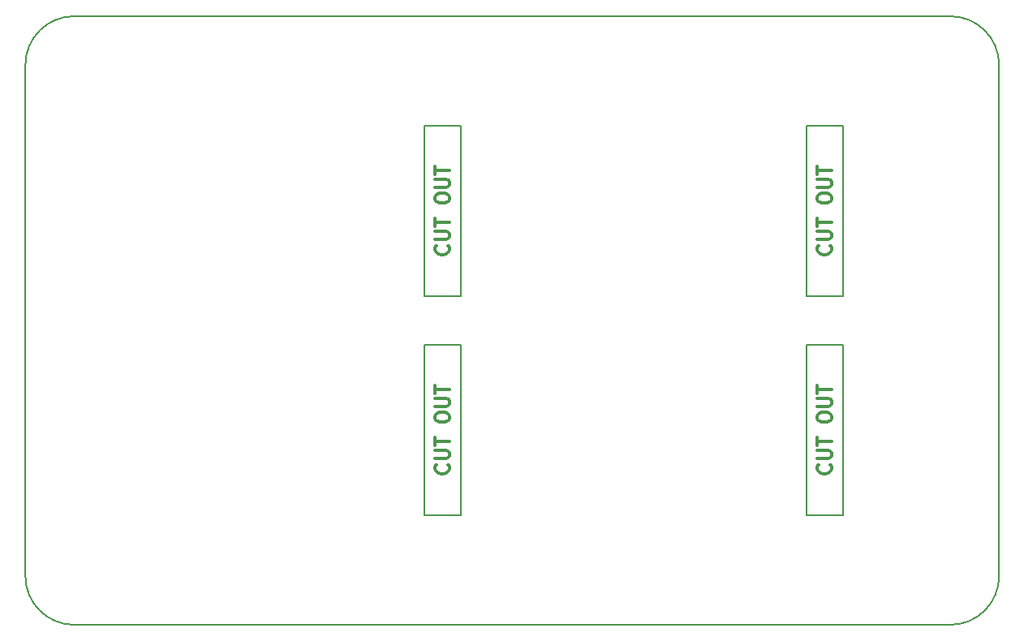
<source format=gbr>
G04 #@! TF.FileFunction,Profile,NP*
%FSLAX46Y46*%
G04 Gerber Fmt 4.6, Leading zero omitted, Abs format (unit mm)*
G04 Created by KiCad (PCBNEW (2015-04-19 BZR 5613)-product) date 7/15/2015 9:57:49 PM*
%MOMM*%
G01*
G04 APERTURE LIST*
%ADD10C,0.100000*%
%ADD11C,0.300000*%
%ADD12C,0.203200*%
G04 APERTURE END LIST*
D10*
D11*
X172874714Y-100127143D02*
X172946143Y-100198572D01*
X173017571Y-100412858D01*
X173017571Y-100555715D01*
X172946143Y-100770000D01*
X172803286Y-100912858D01*
X172660429Y-100984286D01*
X172374714Y-101055715D01*
X172160429Y-101055715D01*
X171874714Y-100984286D01*
X171731857Y-100912858D01*
X171589000Y-100770000D01*
X171517571Y-100555715D01*
X171517571Y-100412858D01*
X171589000Y-100198572D01*
X171660429Y-100127143D01*
X171517571Y-99484286D02*
X172731857Y-99484286D01*
X172874714Y-99412858D01*
X172946143Y-99341429D01*
X173017571Y-99198572D01*
X173017571Y-98912858D01*
X172946143Y-98770000D01*
X172874714Y-98698572D01*
X172731857Y-98627143D01*
X171517571Y-98627143D01*
X171517571Y-98127143D02*
X171517571Y-97270000D01*
X173017571Y-97698571D02*
X171517571Y-97698571D01*
X171517571Y-95341429D02*
X171517571Y-95055715D01*
X171589000Y-94912857D01*
X171731857Y-94770000D01*
X172017571Y-94698572D01*
X172517571Y-94698572D01*
X172803286Y-94770000D01*
X172946143Y-94912857D01*
X173017571Y-95055715D01*
X173017571Y-95341429D01*
X172946143Y-95484286D01*
X172803286Y-95627143D01*
X172517571Y-95698572D01*
X172017571Y-95698572D01*
X171731857Y-95627143D01*
X171589000Y-95484286D01*
X171517571Y-95341429D01*
X171517571Y-94055714D02*
X172731857Y-94055714D01*
X172874714Y-93984286D01*
X172946143Y-93912857D01*
X173017571Y-93770000D01*
X173017571Y-93484286D01*
X172946143Y-93341428D01*
X172874714Y-93270000D01*
X172731857Y-93198571D01*
X171517571Y-93198571D01*
X171517571Y-92698571D02*
X171517571Y-91841428D01*
X173017571Y-92269999D02*
X171517571Y-92269999D01*
X172874714Y-122987143D02*
X172946143Y-123058572D01*
X173017571Y-123272858D01*
X173017571Y-123415715D01*
X172946143Y-123630000D01*
X172803286Y-123772858D01*
X172660429Y-123844286D01*
X172374714Y-123915715D01*
X172160429Y-123915715D01*
X171874714Y-123844286D01*
X171731857Y-123772858D01*
X171589000Y-123630000D01*
X171517571Y-123415715D01*
X171517571Y-123272858D01*
X171589000Y-123058572D01*
X171660429Y-122987143D01*
X171517571Y-122344286D02*
X172731857Y-122344286D01*
X172874714Y-122272858D01*
X172946143Y-122201429D01*
X173017571Y-122058572D01*
X173017571Y-121772858D01*
X172946143Y-121630000D01*
X172874714Y-121558572D01*
X172731857Y-121487143D01*
X171517571Y-121487143D01*
X171517571Y-120987143D02*
X171517571Y-120130000D01*
X173017571Y-120558571D02*
X171517571Y-120558571D01*
X171517571Y-118201429D02*
X171517571Y-117915715D01*
X171589000Y-117772857D01*
X171731857Y-117630000D01*
X172017571Y-117558572D01*
X172517571Y-117558572D01*
X172803286Y-117630000D01*
X172946143Y-117772857D01*
X173017571Y-117915715D01*
X173017571Y-118201429D01*
X172946143Y-118344286D01*
X172803286Y-118487143D01*
X172517571Y-118558572D01*
X172017571Y-118558572D01*
X171731857Y-118487143D01*
X171589000Y-118344286D01*
X171517571Y-118201429D01*
X171517571Y-116915714D02*
X172731857Y-116915714D01*
X172874714Y-116844286D01*
X172946143Y-116772857D01*
X173017571Y-116630000D01*
X173017571Y-116344286D01*
X172946143Y-116201428D01*
X172874714Y-116130000D01*
X172731857Y-116058571D01*
X171517571Y-116058571D01*
X171517571Y-115558571D02*
X171517571Y-114701428D01*
X173017571Y-115129999D02*
X171517571Y-115129999D01*
X132996714Y-122987143D02*
X133068143Y-123058572D01*
X133139571Y-123272858D01*
X133139571Y-123415715D01*
X133068143Y-123630000D01*
X132925286Y-123772858D01*
X132782429Y-123844286D01*
X132496714Y-123915715D01*
X132282429Y-123915715D01*
X131996714Y-123844286D01*
X131853857Y-123772858D01*
X131711000Y-123630000D01*
X131639571Y-123415715D01*
X131639571Y-123272858D01*
X131711000Y-123058572D01*
X131782429Y-122987143D01*
X131639571Y-122344286D02*
X132853857Y-122344286D01*
X132996714Y-122272858D01*
X133068143Y-122201429D01*
X133139571Y-122058572D01*
X133139571Y-121772858D01*
X133068143Y-121630000D01*
X132996714Y-121558572D01*
X132853857Y-121487143D01*
X131639571Y-121487143D01*
X131639571Y-120987143D02*
X131639571Y-120130000D01*
X133139571Y-120558571D02*
X131639571Y-120558571D01*
X131639571Y-118201429D02*
X131639571Y-117915715D01*
X131711000Y-117772857D01*
X131853857Y-117630000D01*
X132139571Y-117558572D01*
X132639571Y-117558572D01*
X132925286Y-117630000D01*
X133068143Y-117772857D01*
X133139571Y-117915715D01*
X133139571Y-118201429D01*
X133068143Y-118344286D01*
X132925286Y-118487143D01*
X132639571Y-118558572D01*
X132139571Y-118558572D01*
X131853857Y-118487143D01*
X131711000Y-118344286D01*
X131639571Y-118201429D01*
X131639571Y-116915714D02*
X132853857Y-116915714D01*
X132996714Y-116844286D01*
X133068143Y-116772857D01*
X133139571Y-116630000D01*
X133139571Y-116344286D01*
X133068143Y-116201428D01*
X132996714Y-116130000D01*
X132853857Y-116058571D01*
X131639571Y-116058571D01*
X131639571Y-115558571D02*
X131639571Y-114701428D01*
X133139571Y-115129999D02*
X131639571Y-115129999D01*
X132996714Y-100127143D02*
X133068143Y-100198572D01*
X133139571Y-100412858D01*
X133139571Y-100555715D01*
X133068143Y-100770000D01*
X132925286Y-100912858D01*
X132782429Y-100984286D01*
X132496714Y-101055715D01*
X132282429Y-101055715D01*
X131996714Y-100984286D01*
X131853857Y-100912858D01*
X131711000Y-100770000D01*
X131639571Y-100555715D01*
X131639571Y-100412858D01*
X131711000Y-100198572D01*
X131782429Y-100127143D01*
X131639571Y-99484286D02*
X132853857Y-99484286D01*
X132996714Y-99412858D01*
X133068143Y-99341429D01*
X133139571Y-99198572D01*
X133139571Y-98912858D01*
X133068143Y-98770000D01*
X132996714Y-98698572D01*
X132853857Y-98627143D01*
X131639571Y-98627143D01*
X131639571Y-98127143D02*
X131639571Y-97270000D01*
X133139571Y-97698571D02*
X131639571Y-97698571D01*
X131639571Y-95341429D02*
X131639571Y-95055715D01*
X131711000Y-94912857D01*
X131853857Y-94770000D01*
X132139571Y-94698572D01*
X132639571Y-94698572D01*
X132925286Y-94770000D01*
X133068143Y-94912857D01*
X133139571Y-95055715D01*
X133139571Y-95341429D01*
X133068143Y-95484286D01*
X132925286Y-95627143D01*
X132639571Y-95698572D01*
X132139571Y-95698572D01*
X131853857Y-95627143D01*
X131711000Y-95484286D01*
X131639571Y-95341429D01*
X131639571Y-94055714D02*
X132853857Y-94055714D01*
X132996714Y-93984286D01*
X133068143Y-93912857D01*
X133139571Y-93770000D01*
X133139571Y-93484286D01*
X133068143Y-93341428D01*
X132996714Y-93270000D01*
X132853857Y-93198571D01*
X131639571Y-93198571D01*
X131639571Y-92698571D02*
X131639571Y-91841428D01*
X133139571Y-92269999D02*
X131639571Y-92269999D01*
D12*
X130556000Y-110490000D02*
X134366000Y-110490000D01*
X134366000Y-110490000D02*
X134366000Y-128270000D01*
X130556000Y-128270000D02*
X134366000Y-128270000D01*
X130556000Y-110490000D02*
X130556000Y-128270000D01*
X130556000Y-87630000D02*
X134366000Y-87630000D01*
X134366000Y-87630000D02*
X134366000Y-105410000D01*
X130556000Y-105410000D02*
X134366000Y-105410000D01*
X130556000Y-87630000D02*
X130556000Y-105410000D01*
X170434000Y-110490000D02*
X174244000Y-110490000D01*
X174244000Y-110490000D02*
X174244000Y-128270000D01*
X170434000Y-128270000D02*
X174244000Y-128270000D01*
X170434000Y-110490000D02*
X170434000Y-128270000D01*
X170434000Y-87630000D02*
X170434000Y-105410000D01*
X170434000Y-105410000D02*
X174244000Y-105410000D01*
X174244000Y-87630000D02*
X174244000Y-105410000D01*
X170434000Y-87630000D02*
X174244000Y-87630000D01*
X93980000Y-139700000D02*
X185420000Y-139700000D01*
X88900000Y-81280000D02*
X88900000Y-134620000D01*
X93980000Y-76200000D02*
X185420000Y-76200000D01*
X190500000Y-134620000D02*
X190500000Y-81280000D01*
X190500000Y-81280000D02*
G75*
G03X185420000Y-76200000I-5080000J0D01*
G01*
X88900000Y-134620000D02*
G75*
G03X93980000Y-139700000I5080000J0D01*
G01*
X93980000Y-76200000D02*
G75*
G03X88900000Y-81280000I0J-5080000D01*
G01*
X185420000Y-139700000D02*
G75*
G03X190500000Y-134620000I0J5080000D01*
G01*
M02*

</source>
